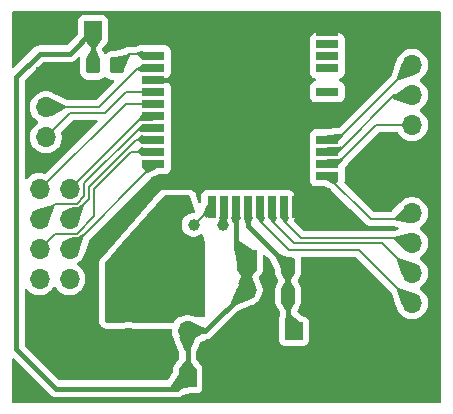
<source format=gtl>
G04 #@! TF.GenerationSoftware,KiCad,Pcbnew,9.0.0*
G04 #@! TF.CreationDate,2025-03-07T02:47:20-06:00*
G04 #@! TF.ProjectId,ATWILC1000_Breakout,41545749-4c43-4313-9030-305f42726561,rev?*
G04 #@! TF.SameCoordinates,Original*
G04 #@! TF.FileFunction,Copper,L1,Top*
G04 #@! TF.FilePolarity,Positive*
%FSLAX46Y46*%
G04 Gerber Fmt 4.6, Leading zero omitted, Abs format (unit mm)*
G04 Created by KiCad (PCBNEW 9.0.0) date 2025-03-07 02:47:20*
%MOMM*%
%LPD*%
G01*
G04 APERTURE LIST*
G04 Aperture macros list*
%AMRoundRect*
0 Rectangle with rounded corners*
0 $1 Rounding radius*
0 $2 $3 $4 $5 $6 $7 $8 $9 X,Y pos of 4 corners*
0 Add a 4 corners polygon primitive as box body*
4,1,4,$2,$3,$4,$5,$6,$7,$8,$9,$2,$3,0*
0 Add four circle primitives for the rounded corners*
1,1,$1+$1,$2,$3*
1,1,$1+$1,$4,$5*
1,1,$1+$1,$6,$7*
1,1,$1+$1,$8,$9*
0 Add four rect primitives between the rounded corners*
20,1,$1+$1,$2,$3,$4,$5,0*
20,1,$1+$1,$4,$5,$6,$7,0*
20,1,$1+$1,$6,$7,$8,$9,0*
20,1,$1+$1,$8,$9,$2,$3,0*%
G04 Aperture macros list end*
G04 #@! TA.AperFunction,ComponentPad*
%ADD10R,1.700000X1.700000*%
G04 #@! TD*
G04 #@! TA.AperFunction,ComponentPad*
%ADD11O,1.700000X1.700000*%
G04 #@! TD*
G04 #@! TA.AperFunction,ComponentPad*
%ADD12R,1.500000X1.500000*%
G04 #@! TD*
G04 #@! TA.AperFunction,SMDPad,CuDef*
%ADD13RoundRect,0.250000X-0.350000X-0.450000X0.350000X-0.450000X0.350000X0.450000X-0.350000X0.450000X0*%
G04 #@! TD*
G04 #@! TA.AperFunction,SMDPad,CuDef*
%ADD14RoundRect,0.250000X-0.337500X-0.475000X0.337500X-0.475000X0.337500X0.475000X-0.337500X0.475000X0*%
G04 #@! TD*
G04 #@! TA.AperFunction,SMDPad,CuDef*
%ADD15R,3.700000X3.700000*%
G04 #@! TD*
G04 #@! TA.AperFunction,SMDPad,CuDef*
%ADD16R,1.900000X0.800000*%
G04 #@! TD*
G04 #@! TA.AperFunction,SMDPad,CuDef*
%ADD17R,0.800000X1.900000*%
G04 #@! TD*
G04 #@! TA.AperFunction,ViaPad*
%ADD18C,1.000000*%
G04 #@! TD*
G04 #@! TA.AperFunction,ViaPad*
%ADD19C,0.500000*%
G04 #@! TD*
G04 #@! TA.AperFunction,Conductor*
%ADD20C,0.400000*%
G04 #@! TD*
G04 #@! TA.AperFunction,Conductor*
%ADD21C,0.200000*%
G04 #@! TD*
G04 APERTURE END LIST*
D10*
X130500000Y-96000000D03*
D11*
X130500000Y-98540000D03*
X130500000Y-101080000D03*
D10*
X161500000Y-92420000D03*
D11*
X161500000Y-94960000D03*
X161500000Y-97500000D03*
X161500000Y-100040000D03*
D10*
X132500000Y-115620000D03*
D11*
X129960000Y-115620000D03*
X132500000Y-113080000D03*
X129960000Y-113080000D03*
X132500000Y-110540000D03*
X129960000Y-110540000D03*
X132500000Y-108000000D03*
X129960000Y-108000000D03*
X132500000Y-105460000D03*
X129960000Y-105460000D03*
D12*
X130000000Y-92000000D03*
D10*
X147500000Y-111460000D03*
D11*
X147500000Y-114000000D03*
X147500000Y-116540000D03*
X147500000Y-119080000D03*
D13*
X134500000Y-95000000D03*
X136500000Y-95000000D03*
D12*
X142500000Y-121500000D03*
D14*
X151000000Y-114500000D03*
X153075000Y-114500000D03*
D10*
X142500000Y-114960000D03*
D11*
X142500000Y-117500000D03*
D12*
X134500000Y-92000000D03*
D10*
X161500000Y-117660000D03*
D11*
X161500000Y-115120000D03*
X161500000Y-112580000D03*
X161500000Y-110040000D03*
X161500000Y-107500000D03*
D12*
X142500000Y-111000000D03*
D15*
X146480000Y-100730000D03*
D16*
X154330000Y-104330000D03*
X154330000Y-103320000D03*
X154330000Y-102304000D03*
X154330000Y-101288000D03*
X154330000Y-97224000D03*
X154330000Y-95192000D03*
X154330000Y-94176000D03*
X154330000Y-93160000D03*
X154330000Y-92144000D03*
X139600000Y-94176000D03*
X139600000Y-95192000D03*
X139600000Y-96208000D03*
X139600000Y-97224000D03*
X139600000Y-98240000D03*
X139600000Y-99256000D03*
X139600000Y-100272000D03*
X139600000Y-101288000D03*
X139600000Y-102304000D03*
X139600000Y-103320000D03*
D17*
X141500000Y-107000000D03*
X144548000Y-107000000D03*
X145564000Y-107000000D03*
X146580000Y-107000000D03*
X147596000Y-107000000D03*
X148612000Y-107000000D03*
X149628000Y-107000000D03*
X150644000Y-107000000D03*
X151660000Y-107000000D03*
D12*
X151500000Y-117500000D03*
D14*
X151000000Y-112000000D03*
X153075000Y-112000000D03*
D10*
X137500000Y-113000000D03*
D11*
X137500000Y-115540000D03*
X137500000Y-118080000D03*
X137500000Y-120620000D03*
D12*
X158000000Y-120660000D03*
D18*
X145500000Y-99500000D03*
D19*
X153000000Y-107085678D03*
D18*
X147500000Y-99500000D03*
X146480000Y-100730000D03*
D19*
X155976431Y-92147304D03*
D18*
X145500000Y-102000000D03*
X147500000Y-102000000D03*
D19*
X141292000Y-96208000D03*
D18*
X143000000Y-108500000D03*
X145500000Y-108500000D03*
D20*
X147499999Y-111460000D02*
X146579984Y-110540006D01*
X142500000Y-117500001D02*
X143999995Y-117499987D01*
X132499995Y-93999989D02*
X130000000Y-94000000D01*
X141625999Y-122374000D02*
X142500004Y-121500001D01*
D21*
X133740260Y-106080597D02*
X133111885Y-106708953D01*
X155970790Y-92144000D02*
X155973130Y-92143991D01*
X155974779Y-92145652D02*
X155973130Y-92143991D01*
X155970790Y-92144000D02*
X154330000Y-92144000D01*
D20*
X151745676Y-107085684D02*
X153000000Y-107085678D01*
X141292000Y-96208000D02*
X139600000Y-96208000D01*
D21*
X151745676Y-107085684D02*
X151660000Y-107000000D01*
X155976431Y-92147304D02*
X155974779Y-92145652D01*
X160999999Y-108000000D02*
X161500000Y-107500000D01*
X160999999Y-108000000D02*
X157999997Y-108000005D01*
X157999997Y-108000005D02*
X154330000Y-104330000D01*
X151096000Y-110633999D02*
X157013997Y-110634004D01*
X148612001Y-108149999D02*
X151096000Y-110633999D01*
X148612001Y-108149999D02*
X148612000Y-107000000D01*
X157013997Y-110634004D02*
X161500000Y-115120000D01*
X158460000Y-100040001D02*
X155180004Y-103320011D01*
X155180004Y-103320011D02*
X154330000Y-103320000D01*
X158460000Y-100040001D02*
X161500000Y-100040000D01*
X158919999Y-110000000D02*
X151478000Y-109999999D01*
X149628001Y-108149999D02*
X151478000Y-109999999D01*
X149628001Y-108149999D02*
X149628000Y-107000000D01*
X158919999Y-110000000D02*
X161500000Y-112580000D01*
X155171997Y-101287994D02*
X161500000Y-94960000D01*
X155171997Y-101287994D02*
X154330000Y-101288000D01*
X161058999Y-109599000D02*
X161500000Y-110040000D01*
X150644001Y-108149999D02*
X150644000Y-107000000D01*
X161058999Y-109599000D02*
X152093000Y-109598999D01*
X150644001Y-108149999D02*
X152093000Y-109598999D01*
X137499999Y-93999998D02*
X136500000Y-95000000D01*
X139424012Y-93999971D02*
X139600000Y-94176000D01*
X139424012Y-93999971D02*
X137499999Y-93999998D01*
X160000000Y-97500001D02*
X161500000Y-97500000D01*
X155195994Y-102303985D02*
X154330000Y-102304000D01*
X160000000Y-97500001D02*
X155195994Y-102303985D01*
X143048004Y-108500011D02*
X143000000Y-108500000D01*
X143048004Y-108500011D02*
X144548000Y-107000000D01*
D20*
X151000000Y-112000000D02*
X151000000Y-114500000D01*
X147596000Y-108595999D02*
X147596000Y-107000000D01*
X147596000Y-108595999D02*
X151000000Y-112000000D01*
X150999978Y-117000008D02*
X151500000Y-117500000D01*
X150999978Y-117000008D02*
X151000000Y-114500000D01*
D21*
X135499999Y-98999998D02*
X137276000Y-97224001D01*
X135499999Y-98999998D02*
X132580001Y-99000000D01*
X137276000Y-97224001D02*
X139600000Y-97224000D01*
X132580001Y-99000000D02*
X130500000Y-101080000D01*
X130039994Y-105459989D02*
X137259999Y-98240001D01*
X137259999Y-98240001D02*
X139600000Y-98240000D01*
X130039994Y-105459989D02*
X129960000Y-105460000D01*
X131251036Y-106708934D02*
X129960000Y-108000000D01*
X131251036Y-106708934D02*
X133111885Y-106708953D01*
X133740250Y-104981751D02*
X133740260Y-106080597D01*
X138450000Y-100272000D02*
X133740250Y-104981751D01*
X138450000Y-100272000D02*
X139600000Y-100272000D01*
X137647350Y-101785550D02*
X137412450Y-102020450D01*
X137177550Y-102255350D02*
X134544335Y-104888565D01*
X137412450Y-102020450D02*
X137177550Y-102255350D01*
X134455665Y-104977235D02*
X134366995Y-105065905D01*
X134176421Y-106323566D02*
X134176430Y-105754770D01*
X134176421Y-106323566D02*
X132500000Y-108000000D01*
X137647350Y-101785550D02*
X138144905Y-101288013D01*
X134176413Y-105256463D02*
X134176430Y-105754770D01*
X134544335Y-104888565D02*
X134455665Y-104977235D01*
X138144905Y-101288013D02*
X139600000Y-101288000D01*
X134176413Y-105256463D02*
X134366995Y-105065905D01*
X132539998Y-105459994D02*
X132500000Y-105460000D01*
X132539998Y-105459994D02*
X138744001Y-99256001D01*
X138744001Y-99256001D02*
X139600000Y-99256000D01*
X134959998Y-98539997D02*
X138308001Y-95192001D01*
X138308001Y-95192001D02*
X139600000Y-95192000D01*
X134959998Y-98539997D02*
X130500000Y-98540000D01*
D20*
X127999999Y-96000000D02*
X130000000Y-94000000D01*
X142500000Y-117500001D02*
X142500004Y-121500001D01*
X147499999Y-111460000D02*
X147500000Y-114000000D01*
X134500000Y-92000000D02*
X132499995Y-93999989D01*
X134500000Y-92000000D02*
X134500000Y-95000000D01*
X131374002Y-122373995D02*
X128000015Y-118999992D01*
X143999995Y-117499987D02*
X147500000Y-114000000D01*
X146579984Y-110540006D02*
X146580000Y-107000000D01*
X127999999Y-96000000D02*
X128000015Y-118999992D01*
X131374002Y-122373995D02*
X141625999Y-122374000D01*
D21*
X145499972Y-107063988D02*
X145564000Y-107000000D01*
X145499972Y-107063988D02*
X145500000Y-108500000D01*
X133098075Y-109264802D02*
X131235202Y-109264795D01*
X134577439Y-107785443D02*
X134577441Y-105422575D01*
X133098075Y-109264802D02*
X134577439Y-107785443D01*
X137696001Y-102304000D02*
X139600000Y-102304000D01*
X131235202Y-109264795D02*
X129960000Y-110540000D01*
X137696001Y-102304000D02*
X134577441Y-105422575D01*
X139600000Y-103440000D02*
X139600000Y-103320000D01*
X139600000Y-103440000D02*
X132500000Y-110540000D01*
G04 #@! TA.AperFunction,Conductor*
G36*
X161331425Y-109210406D02*
G01*
X161336468Y-109217806D01*
X161336487Y-109217897D01*
X161500046Y-110035233D01*
X161498309Y-110044018D01*
X161498295Y-110044039D01*
X161035503Y-110735191D01*
X161028052Y-110740158D01*
X161019271Y-110738403D01*
X161017703Y-110737145D01*
X159933675Y-109702457D01*
X159930056Y-109694265D01*
X159930053Y-109693993D01*
X159930053Y-109508512D01*
X159933480Y-109500239D01*
X159939363Y-109497059D01*
X161322628Y-109208739D01*
X161331425Y-109210406D01*
G37*
G04 #@! TD.AperFunction*
G04 #@! TA.AperFunction,Conductor*
G36*
X138656134Y-101930464D02*
G01*
X139574316Y-102293328D01*
X139580751Y-102299556D01*
X139580897Y-102308509D01*
X139574669Y-102314944D01*
X139574553Y-102314993D01*
X138655937Y-102701501D01*
X138646983Y-102701551D01*
X138644714Y-102700319D01*
X138271408Y-102440382D01*
X138266577Y-102432842D01*
X138266497Y-102432330D01*
X138241949Y-102245868D01*
X138244267Y-102237222D01*
X138246460Y-102235036D01*
X138644751Y-101932032D01*
X138653409Y-101929752D01*
X138656134Y-101930464D01*
G37*
G04 #@! TD.AperFunction*
G04 #@! TA.AperFunction,Conductor*
G36*
X151203328Y-116003106D02*
G01*
X152032476Y-116742987D01*
X152036367Y-116751052D01*
X152034183Y-116758550D01*
X151508043Y-117489819D01*
X151500430Y-117494533D01*
X151491713Y-117492483D01*
X151490267Y-117491254D01*
X150753747Y-116753752D01*
X150750326Y-116745476D01*
X150750350Y-116744736D01*
X150799272Y-116011058D01*
X150803242Y-116003031D01*
X150810946Y-116000136D01*
X151195538Y-116000136D01*
X151203328Y-116003106D01*
G37*
G04 #@! TD.AperFunction*
G04 #@! TA.AperFunction,Conductor*
G36*
X134701074Y-93703427D02*
G01*
X134703245Y-93706425D01*
X135077028Y-94446524D01*
X135077698Y-94455454D01*
X135074602Y-94460320D01*
X134508018Y-94993455D01*
X134499644Y-94996629D01*
X134491982Y-94993455D01*
X133925397Y-94460320D01*
X133921720Y-94452155D01*
X133922970Y-94446527D01*
X134296755Y-93706424D01*
X134303544Y-93700586D01*
X134307199Y-93700000D01*
X134692801Y-93700000D01*
X134701074Y-93703427D01*
G37*
G04 #@! TD.AperFunction*
G04 #@! TA.AperFunction,Conductor*
G36*
X155264617Y-104723516D02*
G01*
X155270910Y-104729887D01*
X155270854Y-104738841D01*
X155268657Y-104742247D01*
X155083703Y-104941969D01*
X155083392Y-104942292D01*
X154947864Y-105077820D01*
X154939591Y-105081247D01*
X154934751Y-105080198D01*
X154174588Y-104734669D01*
X154168475Y-104728127D01*
X154168611Y-104719565D01*
X154324801Y-104340201D01*
X154331120Y-104333856D01*
X154340074Y-104333837D01*
X155264617Y-104723516D01*
G37*
G04 #@! TD.AperFunction*
G04 #@! TA.AperFunction,Conductor*
G36*
X137544722Y-94028061D02*
G01*
X137549757Y-94034435D01*
X137606769Y-94209907D01*
X137606210Y-94218543D01*
X137105008Y-95273546D01*
X137098363Y-95279548D01*
X137089444Y-95279105D01*
X136504829Y-95003038D01*
X136498811Y-94996406D01*
X136498223Y-94993969D01*
X136409197Y-94310407D01*
X136411527Y-94301763D01*
X136418041Y-94297528D01*
X137535875Y-94026679D01*
X137544722Y-94028061D01*
G37*
G04 #@! TD.AperFunction*
G04 #@! TA.AperFunction,Conductor*
G36*
X133621898Y-109281678D02*
G01*
X133624931Y-109283866D01*
X133756133Y-109415068D01*
X133759560Y-109423341D01*
X133758962Y-109427033D01*
X133336922Y-110696039D01*
X133331060Y-110702808D01*
X133323549Y-110703824D01*
X132506978Y-110542227D01*
X132499527Y-110537260D01*
X132497772Y-110533021D01*
X132336175Y-109716450D01*
X132337930Y-109707669D01*
X132343957Y-109703078D01*
X132756438Y-109565897D01*
X132760127Y-109565300D01*
X133057150Y-109565300D01*
X133057156Y-109565302D01*
X133058513Y-109565302D01*
X133137637Y-109565302D01*
X133137637Y-109565301D01*
X133175849Y-109555063D01*
X133214061Y-109544825D01*
X133214063Y-109544824D01*
X133262228Y-109517015D01*
X133282585Y-109505263D01*
X133338534Y-109449314D01*
X133338535Y-109449313D01*
X133451964Y-109335884D01*
X133456531Y-109333063D01*
X133612966Y-109281037D01*
X133621898Y-109281678D01*
G37*
G04 #@! TD.AperFunction*
G04 #@! TA.AperFunction,Conductor*
G36*
X133621898Y-106741678D02*
G01*
X133624931Y-106743866D01*
X133756133Y-106875068D01*
X133759560Y-106883341D01*
X133758962Y-106887033D01*
X133336922Y-108156039D01*
X133331060Y-108162808D01*
X133323549Y-108163824D01*
X132506978Y-108002227D01*
X132499527Y-107997260D01*
X132497772Y-107993021D01*
X132336175Y-107176450D01*
X132337930Y-107167669D01*
X132343957Y-107163078D01*
X132804105Y-107010044D01*
X132807784Y-107009448D01*
X133151435Y-107009452D01*
X133151442Y-107009453D01*
X133151442Y-107009452D01*
X133151444Y-107009453D01*
X133154573Y-107008614D01*
X133154576Y-107008614D01*
X133192398Y-106998479D01*
X133227866Y-106988977D01*
X133227866Y-106988976D01*
X133227869Y-106988976D01*
X133296392Y-106949416D01*
X133296391Y-106949416D01*
X133296394Y-106949415D01*
X133296395Y-106949413D01*
X133296540Y-106949330D01*
X133296540Y-106949329D01*
X133296542Y-106949329D01*
X133299212Y-106947787D01*
X133299307Y-106947066D01*
X133301165Y-106944643D01*
X133328978Y-106916830D01*
X133448910Y-106796900D01*
X133453483Y-106794077D01*
X133612966Y-106741037D01*
X133621898Y-106741678D01*
G37*
G04 #@! TD.AperFunction*
G04 #@! TA.AperFunction,Conductor*
G36*
X130981457Y-97837869D02*
G01*
X132177207Y-98436764D01*
X132183069Y-98443533D01*
X132183667Y-98447225D01*
X132183667Y-98632774D01*
X132180240Y-98641047D01*
X132177207Y-98643235D01*
X130981458Y-99242129D01*
X130972526Y-99242770D01*
X130966496Y-99238178D01*
X130503359Y-98546510D01*
X130501604Y-98537729D01*
X130503359Y-98533490D01*
X130966497Y-97841820D01*
X130973947Y-97836854D01*
X130981457Y-97837869D01*
G37*
G04 #@! TD.AperFunction*
G04 #@! TA.AperFunction,Conductor*
G36*
X138656097Y-94904684D02*
G01*
X139545109Y-95174610D01*
X139569902Y-95182138D01*
X139576823Y-95187820D01*
X139577698Y-95196732D01*
X139572016Y-95203653D01*
X139571044Y-95204116D01*
X138654733Y-95590006D01*
X138645778Y-95590059D01*
X138645328Y-95589864D01*
X138321506Y-95441834D01*
X138315945Y-95436505D01*
X138231200Y-95270181D01*
X138230498Y-95261253D01*
X138234053Y-95255950D01*
X138295110Y-95204116D01*
X138645137Y-94906961D01*
X138653660Y-94904220D01*
X138656097Y-94904684D01*
G37*
G04 #@! TD.AperFunction*
G04 #@! TA.AperFunction,Conductor*
G36*
X138656287Y-99139052D02*
G01*
X139591881Y-99254206D01*
X139599673Y-99258617D01*
X139602022Y-99264087D01*
X139658745Y-99643307D01*
X139656580Y-99651996D01*
X139648905Y-99656609D01*
X139647831Y-99656720D01*
X139385318Y-99671482D01*
X139384661Y-99671500D01*
X138630252Y-99671500D01*
X138601010Y-99677316D01*
X138571768Y-99683133D01*
X138518708Y-99718587D01*
X138512865Y-99720541D01*
X138420625Y-99725728D01*
X138412172Y-99722771D01*
X138411695Y-99722319D01*
X138281573Y-99592197D01*
X138278146Y-99583924D01*
X138280898Y-99576386D01*
X138645916Y-99143126D01*
X138653866Y-99139008D01*
X138656287Y-99139052D01*
G37*
G04 #@! TD.AperFunction*
G04 #@! TA.AperFunction,Conductor*
G36*
X138656126Y-100022063D02*
G01*
X139567609Y-100262649D01*
X139574733Y-100268074D01*
X139575935Y-100276948D01*
X139570510Y-100284073D01*
X139569165Y-100284744D01*
X138654127Y-100670260D01*
X138645765Y-100670537D01*
X138346359Y-100567145D01*
X138340712Y-100562963D01*
X138231504Y-100412647D01*
X138229414Y-100403940D01*
X138233124Y-100397090D01*
X138645297Y-100024694D01*
X138653732Y-100021691D01*
X138656126Y-100022063D01*
G37*
G04 #@! TD.AperFunction*
G04 #@! TA.AperFunction,Conductor*
G36*
X141293000Y-96208000D02*
G01*
X141243227Y-96453196D01*
X140796804Y-96408000D01*
X140796804Y-96008000D01*
X141243227Y-95962804D01*
X141293000Y-96208000D01*
G37*
G04 #@! TD.AperFunction*
G04 #@! TA.AperFunction,Conductor*
G36*
X151008249Y-114507295D02*
G01*
X151562557Y-115064725D01*
X151565961Y-115073007D01*
X151564740Y-115078179D01*
X151203226Y-115806005D01*
X151196476Y-115811890D01*
X151192747Y-115812500D01*
X150807253Y-115812500D01*
X150798980Y-115809073D01*
X150796774Y-115806005D01*
X150435259Y-115078179D01*
X150434648Y-115069245D01*
X150437439Y-115064728D01*
X150991705Y-114507341D01*
X150999967Y-114503892D01*
X151008249Y-114507295D01*
G37*
G04 #@! TD.AperFunction*
G04 #@! TA.AperFunction,Conductor*
G36*
X160387033Y-113861037D02*
G01*
X160646245Y-113947244D01*
X161656040Y-114283078D01*
X161662808Y-114288939D01*
X161663824Y-114296450D01*
X161502227Y-115113021D01*
X161497260Y-115120472D01*
X161493021Y-115122227D01*
X160676450Y-115283824D01*
X160667669Y-115282069D01*
X160663078Y-115276040D01*
X160241037Y-114007033D01*
X160241678Y-113998101D01*
X160243863Y-113995071D01*
X160375069Y-113863865D01*
X160383341Y-113860439D01*
X160387033Y-113861037D01*
G37*
G04 #@! TD.AperFunction*
G04 #@! TA.AperFunction,Conductor*
G36*
X150656073Y-107029489D02*
G01*
X150656744Y-107030834D01*
X151042260Y-107945872D01*
X151042537Y-107954234D01*
X150939145Y-108253640D01*
X150934963Y-108259287D01*
X150784646Y-108368495D01*
X150775939Y-108370585D01*
X150769088Y-108366873D01*
X150396695Y-107954703D01*
X150393691Y-107946267D01*
X150394063Y-107943873D01*
X150634650Y-107032389D01*
X150640074Y-107025266D01*
X150648948Y-107024064D01*
X150656073Y-107029489D01*
G37*
G04 #@! TD.AperFunction*
G04 #@! TA.AperFunction,Conductor*
G36*
X155519799Y-101845297D02*
G01*
X155520220Y-101845698D01*
X155650335Y-101975813D01*
X155653762Y-101984086D01*
X155650971Y-101991670D01*
X155284113Y-102422612D01*
X155276141Y-102426690D01*
X155273706Y-102426632D01*
X154338088Y-102305842D01*
X154330322Y-102301384D01*
X154328009Y-102295931D01*
X154272550Y-101916739D01*
X154274744Y-101908057D01*
X154282434Y-101903469D01*
X154283538Y-101903360D01*
X154582012Y-101888513D01*
X154582593Y-101888500D01*
X155299747Y-101888500D01*
X155299748Y-101888500D01*
X155358231Y-101876867D01*
X155399143Y-101849529D01*
X155405056Y-101847573D01*
X155511368Y-101842285D01*
X155519799Y-101845297D01*
G37*
G04 #@! TD.AperFunction*
G04 #@! TA.AperFunction,Conductor*
G36*
X161310405Y-94921632D02*
G01*
X161493021Y-94957772D01*
X161500472Y-94962739D01*
X161502227Y-94966978D01*
X161663824Y-95783549D01*
X161662069Y-95792330D01*
X161656039Y-95796922D01*
X160387033Y-96218962D01*
X160378101Y-96218321D01*
X160375068Y-96216133D01*
X160243866Y-96084931D01*
X160240439Y-96076658D01*
X160241037Y-96072966D01*
X160663078Y-94803957D01*
X160668939Y-94797191D01*
X160676449Y-94796175D01*
X161310405Y-94921632D01*
G37*
G04 #@! TD.AperFunction*
G04 #@! TA.AperFunction,Conductor*
G36*
X160801396Y-107033199D02*
G01*
X161494484Y-107495652D01*
X161499464Y-107503094D01*
X161499463Y-107507680D01*
X161336401Y-108322529D01*
X161331417Y-108329969D01*
X161322973Y-108331769D01*
X161312351Y-108329969D01*
X161259785Y-108321060D01*
X159965077Y-108101651D01*
X159957493Y-108096890D01*
X159955332Y-108090115D01*
X159955332Y-107904709D01*
X159958595Y-107896603D01*
X160786469Y-107034824D01*
X160794668Y-107031234D01*
X160801396Y-107033199D01*
G37*
G04 #@! TD.AperFunction*
G04 #@! TA.AperFunction,Conductor*
G36*
X163892539Y-90394685D02*
G01*
X163938294Y-90447489D01*
X163949500Y-90499000D01*
X163949500Y-123450500D01*
X163929815Y-123517539D01*
X163877011Y-123563294D01*
X163825500Y-123574500D01*
X127749500Y-123574500D01*
X127682461Y-123554815D01*
X127636706Y-123502011D01*
X127625500Y-123450500D01*
X127625500Y-119915497D01*
X127645185Y-119848458D01*
X127697989Y-119802703D01*
X127767147Y-119792759D01*
X127830703Y-119821784D01*
X127837181Y-119827816D01*
X130927453Y-122918104D01*
X130927457Y-122918107D01*
X131042189Y-122994769D01*
X131042190Y-122994769D01*
X131042191Y-122994770D01*
X131042193Y-122994770D01*
X131043211Y-122995451D01*
X131047804Y-122997095D01*
X131169674Y-123047575D01*
X131169678Y-123047575D01*
X131169679Y-123047576D01*
X131305006Y-123074495D01*
X131305018Y-123074495D01*
X141017819Y-123074499D01*
X141018542Y-123074606D01*
X141020660Y-123074499D01*
X141643626Y-123074499D01*
X141673683Y-123083324D01*
X141683702Y-123079175D01*
X141706954Y-123072120D01*
X141748830Y-123063790D01*
X141830325Y-123047581D01*
X141922467Y-123009414D01*
X141952186Y-122997105D01*
X141969086Y-122990104D01*
X141969087Y-122990103D01*
X141969095Y-122990100D01*
X141969425Y-122989963D01*
X141978312Y-122981075D01*
X142072541Y-122918114D01*
X142081300Y-122909353D01*
X142142618Y-122875867D01*
X142145140Y-122875345D01*
X142772336Y-122752799D01*
X142796114Y-122750499D01*
X143297871Y-122750499D01*
X143297872Y-122750499D01*
X143357483Y-122744091D01*
X143492331Y-122693796D01*
X143607546Y-122607546D01*
X143693796Y-122492331D01*
X143744091Y-122357483D01*
X143750500Y-122297873D01*
X143750499Y-120777156D01*
X143751172Y-120773626D01*
X143750499Y-120766728D01*
X143750499Y-120702128D01*
X143744091Y-120642517D01*
X143744090Y-120642515D01*
X143731029Y-120607498D01*
X143729658Y-120603821D01*
X143719412Y-120569930D01*
X143711448Y-120554998D01*
X143693796Y-120507669D01*
X143673086Y-120480005D01*
X143662945Y-120464053D01*
X143651705Y-120442976D01*
X143651703Y-120442974D01*
X143651702Y-120442971D01*
X143264888Y-119915497D01*
X143224506Y-119860430D01*
X143200736Y-119794730D01*
X143200501Y-119787132D01*
X143200501Y-119321972D01*
X143210106Y-119274121D01*
X143429139Y-118750500D01*
X143527969Y-118514237D01*
X143571999Y-118459989D01*
X143583842Y-118452770D01*
X144030870Y-118213534D01*
X144031527Y-118213298D01*
X144031789Y-118213046D01*
X144065061Y-118201271D01*
X144068072Y-118200669D01*
X144068187Y-118200647D01*
X144083057Y-118197688D01*
X144105379Y-118193248D01*
X144105383Y-118193248D01*
X144155189Y-118183340D01*
X144204322Y-118173568D01*
X144331805Y-118120763D01*
X144331809Y-118120760D01*
X144331812Y-118120759D01*
X144378391Y-118089635D01*
X144440076Y-118048418D01*
X144442498Y-118047010D01*
X144444731Y-118045402D01*
X144446385Y-118044253D01*
X144446540Y-118044098D01*
X144446542Y-118044097D01*
X144516784Y-117973854D01*
X146706987Y-115783661D01*
X146747609Y-115756620D01*
X147824785Y-115314834D01*
X147833483Y-115311643D01*
X148018412Y-115251557D01*
X148207816Y-115155051D01*
X148229789Y-115139086D01*
X148379786Y-115030109D01*
X148379788Y-115030106D01*
X148379792Y-115030104D01*
X148530104Y-114879792D01*
X148530106Y-114879788D01*
X148530109Y-114879786D01*
X148655048Y-114707820D01*
X148655047Y-114707820D01*
X148655051Y-114707816D01*
X148751557Y-114518412D01*
X148817246Y-114316243D01*
X148850500Y-114106287D01*
X148850500Y-113893713D01*
X148817246Y-113683757D01*
X148751557Y-113481588D01*
X148663289Y-113308352D01*
X148659389Y-113299932D01*
X148535016Y-113002606D01*
X148527306Y-112933165D01*
X148550910Y-112879436D01*
X148745329Y-112625197D01*
X148757438Y-112608679D01*
X148769687Y-112584535D01*
X148793796Y-112552331D01*
X148815355Y-112494528D01*
X148822539Y-112480369D01*
X148824945Y-112473269D01*
X148827078Y-112465013D01*
X148830945Y-112452728D01*
X148844091Y-112417483D01*
X148850500Y-112357873D01*
X148850499Y-111140516D01*
X148870184Y-111073478D01*
X148922987Y-111027723D01*
X148992146Y-111017779D01*
X149055702Y-111046804D01*
X149062174Y-111052831D01*
X149257159Y-111247816D01*
X149436867Y-111427524D01*
X149460295Y-111460153D01*
X149624498Y-111791557D01*
X149872046Y-112291173D01*
X149899109Y-112345792D01*
X149912000Y-112400843D01*
X149912000Y-112525000D01*
X149912001Y-112525019D01*
X149922500Y-112627796D01*
X149922501Y-112627799D01*
X149977686Y-112794333D01*
X149977861Y-112794709D01*
X149982862Y-112803717D01*
X150177133Y-113194837D01*
X150189326Y-113263634D01*
X150177133Y-113305160D01*
X149985735Y-113690493D01*
X149985729Y-113690506D01*
X149982530Y-113696949D01*
X149981778Y-113699030D01*
X149977686Y-113705666D01*
X149958647Y-113763120D01*
X149957896Y-113765200D01*
X149957868Y-113765276D01*
X149943272Y-113805719D01*
X149943271Y-113805724D01*
X149942051Y-113810894D01*
X149942044Y-113810922D01*
X149941695Y-113812407D01*
X149941614Y-113812388D01*
X149938521Y-113823855D01*
X149922501Y-113872199D01*
X149912000Y-113974983D01*
X149912000Y-115025001D01*
X149912001Y-115025019D01*
X149922500Y-115127796D01*
X149922501Y-115127799D01*
X149977686Y-115294333D01*
X149977861Y-115294709D01*
X149982862Y-115303717D01*
X149988388Y-115314843D01*
X150282797Y-115907567D01*
X150294385Y-115972953D01*
X150295186Y-115973007D01*
X150294969Y-115976250D01*
X150294990Y-115976365D01*
X150294929Y-115976848D01*
X150245969Y-116711098D01*
X150245116Y-116728334D01*
X150245091Y-116729080D01*
X150245092Y-116729104D01*
X150247682Y-116799141D01*
X150248233Y-116802963D01*
X150249500Y-116820646D01*
X150249500Y-118297870D01*
X150249501Y-118297876D01*
X150255908Y-118357483D01*
X150306202Y-118492328D01*
X150306206Y-118492335D01*
X150392452Y-118607544D01*
X150392455Y-118607547D01*
X150507664Y-118693793D01*
X150507671Y-118693797D01*
X150642517Y-118744091D01*
X150642516Y-118744091D01*
X150649444Y-118744835D01*
X150702127Y-118750500D01*
X152297872Y-118750499D01*
X152357483Y-118744091D01*
X152492331Y-118693796D01*
X152607546Y-118607546D01*
X152693796Y-118492331D01*
X152744091Y-118357483D01*
X152750500Y-118297873D01*
X152750499Y-116702128D01*
X152744091Y-116642517D01*
X152693796Y-116507669D01*
X152693795Y-116507668D01*
X152693793Y-116507664D01*
X152607547Y-116392455D01*
X152607544Y-116392452D01*
X152492335Y-116306206D01*
X152492328Y-116306202D01*
X152357482Y-116255908D01*
X152357483Y-116255908D01*
X152297883Y-116249501D01*
X152297881Y-116249500D01*
X152297873Y-116249500D01*
X152297865Y-116249500D01*
X152285967Y-116249500D01*
X152218928Y-116229815D01*
X152203408Y-116218020D01*
X151830245Y-115885032D01*
X151793331Y-115825710D01*
X151794348Y-115755848D01*
X151801749Y-115737350D01*
X152017468Y-115303051D01*
X152018216Y-115300976D01*
X152022314Y-115294334D01*
X152041331Y-115236942D01*
X152051289Y-115209356D01*
X152056712Y-115194337D01*
X152056717Y-115194320D01*
X152058301Y-115187613D01*
X152058386Y-115187633D01*
X152061470Y-115176166D01*
X152077499Y-115127797D01*
X152088000Y-115025009D01*
X152087999Y-113974992D01*
X152086973Y-113964951D01*
X152077499Y-113872203D01*
X152077498Y-113872200D01*
X152059265Y-113817178D01*
X152022314Y-113705666D01*
X152022312Y-113705662D01*
X152022133Y-113705278D01*
X152017132Y-113696272D01*
X152006675Y-113675220D01*
X151822865Y-113305160D01*
X151810672Y-113236363D01*
X151822865Y-113194837D01*
X152017468Y-112803051D01*
X152018216Y-112800976D01*
X152022314Y-112794334D01*
X152041331Y-112736942D01*
X152051289Y-112709356D01*
X152056712Y-112694337D01*
X152056717Y-112694320D01*
X152058301Y-112687613D01*
X152058386Y-112687633D01*
X152061470Y-112676166D01*
X152077499Y-112627797D01*
X152088000Y-112525009D01*
X152087999Y-111474992D01*
X152077499Y-111372203D01*
X152077498Y-111372201D01*
X152077386Y-111371101D01*
X152090156Y-111302408D01*
X152138036Y-111251524D01*
X152200743Y-111234499D01*
X156713903Y-111234502D01*
X156780940Y-111254187D01*
X156801576Y-111270817D01*
X159424476Y-113893713D01*
X159772552Y-114241789D01*
X159802534Y-114290338D01*
X160178794Y-115421689D01*
X160181703Y-115431866D01*
X160182754Y-115436243D01*
X160248444Y-115638414D01*
X160344951Y-115827820D01*
X160469890Y-115999786D01*
X160620213Y-116150109D01*
X160792179Y-116275048D01*
X160792181Y-116275049D01*
X160792184Y-116275051D01*
X160981588Y-116371557D01*
X161183757Y-116437246D01*
X161393713Y-116470500D01*
X161393714Y-116470500D01*
X161606286Y-116470500D01*
X161606287Y-116470500D01*
X161816243Y-116437246D01*
X162018412Y-116371557D01*
X162207816Y-116275051D01*
X162242984Y-116249500D01*
X162379786Y-116150109D01*
X162379788Y-116150106D01*
X162379792Y-116150104D01*
X162530104Y-115999792D01*
X162530106Y-115999788D01*
X162530109Y-115999786D01*
X162655048Y-115827820D01*
X162655047Y-115827820D01*
X162655051Y-115827816D01*
X162751557Y-115638412D01*
X162817246Y-115436243D01*
X162850500Y-115226287D01*
X162850500Y-115013713D01*
X162817246Y-114803757D01*
X162751557Y-114601588D01*
X162655051Y-114412184D01*
X162655049Y-114412181D01*
X162655048Y-114412179D01*
X162530109Y-114240213D01*
X162379786Y-114089890D01*
X162207820Y-113964951D01*
X162207115Y-113964591D01*
X162199054Y-113960485D01*
X162148259Y-113912512D01*
X162131463Y-113844692D01*
X162153999Y-113778556D01*
X162199054Y-113739515D01*
X162207816Y-113735051D01*
X162290167Y-113675220D01*
X162379786Y-113610109D01*
X162379788Y-113610106D01*
X162379792Y-113610104D01*
X162530104Y-113459792D01*
X162530106Y-113459788D01*
X162530109Y-113459786D01*
X162655048Y-113287820D01*
X162655047Y-113287820D01*
X162655051Y-113287816D01*
X162751557Y-113098412D01*
X162817246Y-112896243D01*
X162850500Y-112686287D01*
X162850500Y-112473713D01*
X162817246Y-112263757D01*
X162751557Y-112061588D01*
X162655051Y-111872184D01*
X162655049Y-111872181D01*
X162655048Y-111872179D01*
X162530109Y-111700213D01*
X162379786Y-111549890D01*
X162207820Y-111424951D01*
X162207115Y-111424591D01*
X162199054Y-111420485D01*
X162148259Y-111372512D01*
X162131463Y-111304692D01*
X162153999Y-111238556D01*
X162199054Y-111199515D01*
X162207816Y-111195051D01*
X162282876Y-111140517D01*
X162379786Y-111070109D01*
X162379788Y-111070106D01*
X162379792Y-111070104D01*
X162530104Y-110919792D01*
X162530106Y-110919788D01*
X162530109Y-110919786D01*
X162655048Y-110747820D01*
X162655047Y-110747820D01*
X162655051Y-110747816D01*
X162751557Y-110558412D01*
X162817246Y-110356243D01*
X162850500Y-110146287D01*
X162850500Y-109933713D01*
X162817246Y-109723757D01*
X162751557Y-109521588D01*
X162655051Y-109332184D01*
X162655049Y-109332181D01*
X162655048Y-109332179D01*
X162530109Y-109160213D01*
X162379786Y-109009890D01*
X162207820Y-108884951D01*
X162202091Y-108882032D01*
X162199054Y-108880485D01*
X162148259Y-108832512D01*
X162131463Y-108764692D01*
X162153999Y-108698556D01*
X162199054Y-108659515D01*
X162207816Y-108655051D01*
X162229789Y-108639086D01*
X162379786Y-108530109D01*
X162379788Y-108530106D01*
X162379792Y-108530104D01*
X162530104Y-108379792D01*
X162530106Y-108379788D01*
X162530109Y-108379786D01*
X162655048Y-108207820D01*
X162655047Y-108207820D01*
X162655051Y-108207816D01*
X162751557Y-108018412D01*
X162817246Y-107816243D01*
X162850500Y-107606287D01*
X162850500Y-107393713D01*
X162817246Y-107183757D01*
X162751557Y-106981588D01*
X162655051Y-106792184D01*
X162655049Y-106792181D01*
X162655048Y-106792179D01*
X162530109Y-106620213D01*
X162379786Y-106469890D01*
X162207820Y-106344951D01*
X162018414Y-106248444D01*
X162018413Y-106248443D01*
X162018412Y-106248443D01*
X161816243Y-106182754D01*
X161816241Y-106182753D01*
X161816240Y-106182753D01*
X161654957Y-106157208D01*
X161606287Y-106149500D01*
X161393713Y-106149500D01*
X161345042Y-106157208D01*
X161183760Y-106182753D01*
X160981585Y-106248444D01*
X160792179Y-106344951D01*
X160620213Y-106469890D01*
X160469899Y-106620204D01*
X160431714Y-106672760D01*
X160420820Y-106685777D01*
X159771771Y-107361407D01*
X159711132Y-107396115D01*
X159682348Y-107399502D01*
X158300093Y-107399503D01*
X158233054Y-107379818D01*
X158212412Y-107363184D01*
X155806289Y-104957056D01*
X155772804Y-104895733D01*
X155773293Y-104840863D01*
X155774090Y-104837485D01*
X155774089Y-104837485D01*
X155774091Y-104837483D01*
X155780500Y-104777873D01*
X155780499Y-103882128D01*
X155775781Y-103838252D01*
X155775146Y-103820690D01*
X155775301Y-103816214D01*
X155780500Y-103767873D01*
X155780499Y-103666841D01*
X155780574Y-103664695D01*
X155790923Y-103633503D01*
X155800183Y-103601969D01*
X155802377Y-103598984D01*
X155802578Y-103598381D01*
X155803176Y-103597897D01*
X155809409Y-103589421D01*
X156035495Y-103319356D01*
X156051368Y-103299136D01*
X156061213Y-103288034D01*
X158672417Y-100676818D01*
X158733740Y-100643334D01*
X158760098Y-100640500D01*
X160214281Y-100640500D01*
X160281320Y-100660185D01*
X160324765Y-100708205D01*
X160344947Y-100747814D01*
X160344948Y-100747815D01*
X160469890Y-100919786D01*
X160620213Y-101070109D01*
X160792179Y-101195048D01*
X160792181Y-101195049D01*
X160792184Y-101195051D01*
X160981588Y-101291557D01*
X161183757Y-101357246D01*
X161393713Y-101390500D01*
X161393714Y-101390500D01*
X161606286Y-101390500D01*
X161606287Y-101390500D01*
X161816243Y-101357246D01*
X162018412Y-101291557D01*
X162207816Y-101195051D01*
X162229789Y-101179086D01*
X162379786Y-101070109D01*
X162379788Y-101070106D01*
X162379792Y-101070104D01*
X162530104Y-100919792D01*
X162530106Y-100919788D01*
X162530109Y-100919786D01*
X162655048Y-100747820D01*
X162655047Y-100747820D01*
X162655051Y-100747816D01*
X162751557Y-100558412D01*
X162817246Y-100356243D01*
X162850500Y-100146287D01*
X162850500Y-99933713D01*
X162817246Y-99723757D01*
X162751557Y-99521588D01*
X162655051Y-99332184D01*
X162655049Y-99332181D01*
X162655048Y-99332179D01*
X162530109Y-99160213D01*
X162379786Y-99009890D01*
X162207820Y-98884951D01*
X162206768Y-98884415D01*
X162199054Y-98880485D01*
X162148259Y-98832512D01*
X162131463Y-98764692D01*
X162153999Y-98698556D01*
X162199054Y-98659515D01*
X162207816Y-98655051D01*
X162229789Y-98639086D01*
X162379786Y-98530109D01*
X162379788Y-98530106D01*
X162379792Y-98530104D01*
X162530104Y-98379792D01*
X162530106Y-98379788D01*
X162530109Y-98379786D01*
X162655048Y-98207820D01*
X162655047Y-98207820D01*
X162655051Y-98207816D01*
X162751557Y-98018412D01*
X162817246Y-97816243D01*
X162850500Y-97606287D01*
X162850500Y-97393713D01*
X162817246Y-97183757D01*
X162751557Y-96981588D01*
X162655051Y-96792184D01*
X162655049Y-96792181D01*
X162655048Y-96792179D01*
X162530109Y-96620213D01*
X162379786Y-96469890D01*
X162207820Y-96344951D01*
X162207115Y-96344591D01*
X162199054Y-96340485D01*
X162148259Y-96292512D01*
X162131463Y-96224692D01*
X162153999Y-96158556D01*
X162199054Y-96119515D01*
X162207816Y-96115051D01*
X162247678Y-96086090D01*
X162379786Y-95990109D01*
X162379788Y-95990106D01*
X162379792Y-95990104D01*
X162530104Y-95839792D01*
X162530106Y-95839788D01*
X162530109Y-95839786D01*
X162655048Y-95667820D01*
X162655047Y-95667820D01*
X162655051Y-95667816D01*
X162751557Y-95478412D01*
X162817246Y-95276243D01*
X162850500Y-95066287D01*
X162850500Y-94853713D01*
X162817246Y-94643757D01*
X162751557Y-94441588D01*
X162655051Y-94252184D01*
X162655049Y-94252181D01*
X162655048Y-94252179D01*
X162530109Y-94080213D01*
X162379786Y-93929890D01*
X162207820Y-93804951D01*
X162018414Y-93708444D01*
X162018413Y-93708443D01*
X162018412Y-93708443D01*
X161816243Y-93642754D01*
X161816241Y-93642753D01*
X161816240Y-93642753D01*
X161654957Y-93617208D01*
X161606287Y-93609500D01*
X161393713Y-93609500D01*
X161345042Y-93617208D01*
X161183760Y-93642753D01*
X160981585Y-93708444D01*
X160792179Y-93804951D01*
X160620213Y-93929890D01*
X160469890Y-94080213D01*
X160344951Y-94252179D01*
X160248444Y-94441583D01*
X160182751Y-94643766D01*
X160181704Y-94648126D01*
X160178796Y-94658301D01*
X159802533Y-95789661D01*
X159772551Y-95838210D01*
X155329579Y-100281176D01*
X155268256Y-100314661D01*
X155249982Y-100317231D01*
X154247303Y-100382739D01*
X154224749Y-100384720D01*
X154223791Y-100384826D01*
X154223776Y-100384828D01*
X154223774Y-100384829D01*
X154220794Y-100385386D01*
X154197998Y-100387500D01*
X153332129Y-100387500D01*
X153332123Y-100387501D01*
X153272516Y-100393908D01*
X153137671Y-100444202D01*
X153137664Y-100444206D01*
X153022455Y-100530452D01*
X153022452Y-100530455D01*
X152936206Y-100645664D01*
X152936202Y-100645671D01*
X152885908Y-100780517D01*
X152879501Y-100840116D01*
X152879500Y-100840135D01*
X152879500Y-101735870D01*
X152879501Y-101735874D01*
X152884540Y-101782745D01*
X152884540Y-101809250D01*
X152879500Y-101856127D01*
X152879500Y-101856128D01*
X152879500Y-101856132D01*
X152879500Y-102751870D01*
X152879501Y-102751874D01*
X152884540Y-102798745D01*
X152884540Y-102825250D01*
X152879500Y-102872127D01*
X152879500Y-102872128D01*
X152879500Y-102872132D01*
X152879500Y-103767870D01*
X152879501Y-103767879D01*
X152884217Y-103811749D01*
X152884217Y-103838253D01*
X152884217Y-103838258D01*
X152879500Y-103882130D01*
X152879500Y-104777870D01*
X152879501Y-104777876D01*
X152885908Y-104837483D01*
X152936202Y-104972328D01*
X152936206Y-104972335D01*
X153022452Y-105087544D01*
X153022455Y-105087547D01*
X153137664Y-105173793D01*
X153137671Y-105173797D01*
X153182618Y-105190561D01*
X153272517Y-105224091D01*
X153332127Y-105230500D01*
X154016960Y-105230499D01*
X154068271Y-105241614D01*
X154641995Y-105502397D01*
X154678364Y-105527600D01*
X156277949Y-107127190D01*
X157519477Y-108368721D01*
X157631282Y-108480526D01*
X157719646Y-108531542D01*
X157745680Y-108546572D01*
X157768203Y-108559576D01*
X157768214Y-108559582D01*
X157821717Y-108573918D01*
X157920939Y-108600505D01*
X157920941Y-108600505D01*
X158130410Y-108600505D01*
X158130413Y-108600503D01*
X159872879Y-108600501D01*
X159880020Y-108602597D01*
X159893597Y-108602244D01*
X160273026Y-108666544D01*
X160335832Y-108697152D01*
X160372121Y-108756858D01*
X160370370Y-108826706D01*
X160331134Y-108884519D01*
X160277608Y-108910191D01*
X159866456Y-108995890D01*
X159841154Y-108998499D01*
X152393098Y-108998499D01*
X152326059Y-108978814D01*
X152305417Y-108962180D01*
X151559388Y-108216151D01*
X151525903Y-108154828D01*
X151528336Y-108092713D01*
X151532010Y-108080514D01*
X151532011Y-108080503D01*
X151533095Y-108075187D01*
X151537734Y-108058993D01*
X151538091Y-108057483D01*
X151544499Y-107997885D01*
X151544499Y-107997882D01*
X151544500Y-107997873D01*
X151544499Y-107967100D01*
X151547760Y-107937498D01*
X151547483Y-107929136D01*
X151544528Y-107888800D01*
X151544499Y-107888692D01*
X151544499Y-106002128D01*
X151538091Y-105942517D01*
X151537302Y-105940402D01*
X151487797Y-105807671D01*
X151487793Y-105807664D01*
X151401547Y-105692455D01*
X151401544Y-105692452D01*
X151286335Y-105606206D01*
X151286328Y-105606202D01*
X151151482Y-105555908D01*
X151151483Y-105555908D01*
X151091883Y-105549501D01*
X151091881Y-105549500D01*
X151091873Y-105549500D01*
X151091864Y-105549500D01*
X150196129Y-105549500D01*
X150196125Y-105549501D01*
X150166544Y-105552681D01*
X150149252Y-105554540D01*
X150122750Y-105554540D01*
X150075873Y-105549500D01*
X150075864Y-105549500D01*
X149180129Y-105549500D01*
X149180125Y-105549501D01*
X149150544Y-105552681D01*
X149133252Y-105554540D01*
X149106750Y-105554540D01*
X149059873Y-105549500D01*
X149059864Y-105549500D01*
X148164129Y-105549500D01*
X148164125Y-105549501D01*
X148134544Y-105552681D01*
X148117252Y-105554540D01*
X148090750Y-105554540D01*
X148043873Y-105549500D01*
X148043864Y-105549500D01*
X147148129Y-105549500D01*
X147148125Y-105549501D01*
X147118544Y-105552681D01*
X147101252Y-105554540D01*
X147074750Y-105554540D01*
X147027873Y-105549500D01*
X147027864Y-105549500D01*
X146132129Y-105549500D01*
X146132125Y-105549501D01*
X146102544Y-105552681D01*
X146085252Y-105554540D01*
X146058750Y-105554540D01*
X146011873Y-105549500D01*
X146011864Y-105549500D01*
X145116129Y-105549500D01*
X145116125Y-105549501D01*
X145086544Y-105552681D01*
X145069252Y-105554540D01*
X145042750Y-105554540D01*
X144995873Y-105549500D01*
X144995864Y-105549500D01*
X144100129Y-105549500D01*
X144100123Y-105549501D01*
X144040516Y-105555908D01*
X143905671Y-105606202D01*
X143905664Y-105606206D01*
X143790455Y-105692452D01*
X143790452Y-105692455D01*
X143704206Y-105807664D01*
X143704202Y-105807671D01*
X143653908Y-105942517D01*
X143647501Y-106002116D01*
X143647501Y-106002123D01*
X143647500Y-106002135D01*
X143647500Y-106516920D01*
X143627815Y-106583959D01*
X143575011Y-106629714D01*
X143505853Y-106639658D01*
X143442297Y-106610633D01*
X143405403Y-106554724D01*
X143307359Y-106248443D01*
X143208751Y-105940398D01*
X143198763Y-105912115D01*
X143193460Y-105898408D01*
X143181832Y-105870810D01*
X143104044Y-105749771D01*
X143080561Y-105722670D01*
X143058295Y-105696973D01*
X143058291Y-105696970D01*
X143058289Y-105696967D01*
X142949555Y-105602747D01*
X142949552Y-105602745D01*
X142949550Y-105602744D01*
X142818684Y-105542978D01*
X142818679Y-105542976D01*
X142818678Y-105542976D01*
X142751639Y-105523291D01*
X142751641Y-105523291D01*
X142751636Y-105523290D01*
X142671037Y-105511702D01*
X142609219Y-105502814D01*
X140556268Y-105502814D01*
X140485544Y-105507786D01*
X140485530Y-105507787D01*
X140451186Y-105512640D01*
X140381841Y-105527460D01*
X140250683Y-105586593D01*
X140250672Y-105586599D01*
X140193071Y-105623225D01*
X140191949Y-105623917D01*
X140191713Y-105624087D01*
X140082522Y-105717781D01*
X138015132Y-108080514D01*
X135150252Y-111354665D01*
X135150243Y-111354674D01*
X135150243Y-111354676D01*
X135126723Y-111383649D01*
X135115716Y-111398280D01*
X135094436Y-111428853D01*
X135094433Y-111428858D01*
X135073364Y-111474992D01*
X135034663Y-111559731D01*
X135014976Y-111626776D01*
X135001325Y-111721722D01*
X134994500Y-111769194D01*
X134994500Y-116644314D01*
X134994501Y-116644323D01*
X135006052Y-116751764D01*
X135006054Y-116751776D01*
X135017260Y-116803286D01*
X135051383Y-116905811D01*
X135051386Y-116905817D01*
X135129171Y-117026851D01*
X135129179Y-117026862D01*
X135174923Y-117079654D01*
X135174926Y-117079657D01*
X135174930Y-117079661D01*
X135283664Y-117173881D01*
X135414541Y-117233652D01*
X135481580Y-117253337D01*
X135481584Y-117253338D01*
X135624000Y-117273814D01*
X135624003Y-117273814D01*
X137146999Y-117273814D01*
X137147005Y-117273814D01*
X137226101Y-117267588D01*
X137257959Y-117262541D01*
X137257871Y-117261990D01*
X137262708Y-117261252D01*
X137262832Y-117262030D01*
X137414228Y-117238049D01*
X137423852Y-117236526D01*
X137443247Y-117235000D01*
X137556744Y-117235000D01*
X137576142Y-117236527D01*
X137718726Y-117259110D01*
X137774711Y-117267977D01*
X137779477Y-117268026D01*
X137852995Y-117273814D01*
X141025500Y-117273814D01*
X141092539Y-117293499D01*
X141138294Y-117346303D01*
X141149500Y-117397814D01*
X141149500Y-117606287D01*
X141182754Y-117816243D01*
X141233966Y-117973858D01*
X141248444Y-118018414D01*
X141336704Y-118191634D01*
X141340614Y-118200077D01*
X141346039Y-118213046D01*
X141532364Y-118658473D01*
X141789896Y-119274124D01*
X141799501Y-119321976D01*
X141799501Y-119787102D01*
X141779816Y-119854141D01*
X141775495Y-119860431D01*
X141348322Y-120442938D01*
X141339359Y-120455561D01*
X141339355Y-120455567D01*
X141333005Y-120468400D01*
X141333006Y-120468401D01*
X141327954Y-120478613D01*
X141306204Y-120507669D01*
X141283609Y-120568248D01*
X141280788Y-120573951D01*
X141275562Y-120584514D01*
X141273296Y-120591430D01*
X141273292Y-120591445D01*
X141271433Y-120598788D01*
X141267409Y-120611682D01*
X141255909Y-120642515D01*
X141255908Y-120642517D01*
X141249501Y-120702116D01*
X141249501Y-120702123D01*
X141249500Y-120702135D01*
X141249500Y-120885729D01*
X141230090Y-120952339D01*
X140807354Y-121616108D01*
X140754738Y-121662080D01*
X140702764Y-121673498D01*
X131715521Y-121673495D01*
X131648482Y-121653810D01*
X131627840Y-121637176D01*
X131606772Y-121616108D01*
X128736831Y-118746152D01*
X128703347Y-118684831D01*
X128700513Y-118658482D01*
X128700511Y-114025703D01*
X128720196Y-113958665D01*
X128772999Y-113912910D01*
X128842158Y-113902966D01*
X128905714Y-113931991D01*
X128924830Y-113952820D01*
X128929892Y-113959788D01*
X129080213Y-114110109D01*
X129252179Y-114235048D01*
X129252181Y-114235049D01*
X129252184Y-114235051D01*
X129441588Y-114331557D01*
X129643757Y-114397246D01*
X129853713Y-114430500D01*
X129853714Y-114430500D01*
X130066286Y-114430500D01*
X130066287Y-114430500D01*
X130276243Y-114397246D01*
X130478412Y-114331557D01*
X130667816Y-114235051D01*
X130689789Y-114219086D01*
X130839786Y-114110109D01*
X130839788Y-114110106D01*
X130839792Y-114110104D01*
X130990104Y-113959792D01*
X130990106Y-113959788D01*
X130990109Y-113959786D01*
X131115048Y-113787820D01*
X131115047Y-113787820D01*
X131115051Y-113787816D01*
X131119514Y-113779054D01*
X131167488Y-113728259D01*
X131235308Y-113711463D01*
X131301444Y-113733999D01*
X131340486Y-113779056D01*
X131344951Y-113787820D01*
X131469890Y-113959786D01*
X131620213Y-114110109D01*
X131792179Y-114235048D01*
X131792181Y-114235049D01*
X131792184Y-114235051D01*
X131981588Y-114331557D01*
X132183757Y-114397246D01*
X132393713Y-114430500D01*
X132393714Y-114430500D01*
X132606286Y-114430500D01*
X132606287Y-114430500D01*
X132816243Y-114397246D01*
X133018412Y-114331557D01*
X133207816Y-114235051D01*
X133229789Y-114219086D01*
X133379786Y-114110109D01*
X133379788Y-114110106D01*
X133379792Y-114110104D01*
X133530104Y-113959792D01*
X133530106Y-113959788D01*
X133530109Y-113959786D01*
X133655048Y-113787820D01*
X133655047Y-113787820D01*
X133655051Y-113787816D01*
X133751557Y-113598412D01*
X133817246Y-113396243D01*
X133850500Y-113186287D01*
X133850500Y-112973713D01*
X133817246Y-112763757D01*
X133751557Y-112561588D01*
X133655051Y-112372184D01*
X133655049Y-112372181D01*
X133655048Y-112372179D01*
X133530109Y-112200213D01*
X133379786Y-112049890D01*
X133207820Y-111924951D01*
X133207115Y-111924591D01*
X133199054Y-111920485D01*
X133148259Y-111872512D01*
X133131463Y-111804692D01*
X133153999Y-111738556D01*
X133199054Y-111699515D01*
X133207816Y-111695051D01*
X133229789Y-111679086D01*
X133379786Y-111570109D01*
X133379788Y-111570106D01*
X133379792Y-111570104D01*
X133530104Y-111419792D01*
X133530106Y-111419788D01*
X133530109Y-111419786D01*
X133655048Y-111247820D01*
X133655047Y-111247820D01*
X133655051Y-111247816D01*
X133751557Y-111058412D01*
X133817246Y-110856243D01*
X133817248Y-110856229D01*
X133818292Y-110851880D01*
X133821208Y-110841676D01*
X133821382Y-110841155D01*
X134197464Y-109710334D01*
X134227444Y-109661789D01*
X139381856Y-104507377D01*
X139412386Y-104485014D01*
X139894938Y-104234449D01*
X139952081Y-104220499D01*
X140597871Y-104220499D01*
X140597872Y-104220499D01*
X140657483Y-104214091D01*
X140792331Y-104163796D01*
X140907546Y-104077546D01*
X140993796Y-103962331D01*
X141044091Y-103827483D01*
X141050500Y-103767873D01*
X141050499Y-102872128D01*
X141045460Y-102825252D01*
X141045460Y-102798749D01*
X141050500Y-102751873D01*
X141050499Y-101856128D01*
X141045460Y-101809252D01*
X141045460Y-101782749D01*
X141050500Y-101735873D01*
X141050499Y-100840128D01*
X141045460Y-100793252D01*
X141045460Y-100766749D01*
X141050500Y-100719873D01*
X141050499Y-99824128D01*
X141045460Y-99777252D01*
X141045460Y-99750749D01*
X141050500Y-99703873D01*
X141050499Y-98808128D01*
X141045460Y-98761252D01*
X141045460Y-98734749D01*
X141050500Y-98687873D01*
X141050499Y-97792128D01*
X141045460Y-97745252D01*
X141045460Y-97718749D01*
X141050500Y-97671873D01*
X141050499Y-96776128D01*
X141044091Y-96716517D01*
X141007524Y-96618477D01*
X140993797Y-96581671D01*
X140993793Y-96581664D01*
X140907547Y-96466455D01*
X140907544Y-96466452D01*
X140792335Y-96380206D01*
X140792328Y-96380202D01*
X140657484Y-96329909D01*
X140652269Y-96328677D01*
X140591553Y-96294104D01*
X140559167Y-96232193D01*
X140565393Y-96162601D01*
X140608256Y-96107423D01*
X140652269Y-96087323D01*
X140657477Y-96086091D01*
X140657483Y-96086091D01*
X140792331Y-96035796D01*
X140907546Y-95949546D01*
X140993796Y-95834331D01*
X141044091Y-95699483D01*
X141050500Y-95639873D01*
X141050499Y-94744128D01*
X141045460Y-94697252D01*
X141045460Y-94670749D01*
X141050500Y-94623873D01*
X141050499Y-93728128D01*
X141044091Y-93668517D01*
X141043898Y-93668000D01*
X140993797Y-93533671D01*
X140993793Y-93533664D01*
X140907547Y-93418455D01*
X140907544Y-93418452D01*
X140792335Y-93332206D01*
X140792328Y-93332202D01*
X140657482Y-93281908D01*
X140657483Y-93281908D01*
X140597883Y-93275501D01*
X140597881Y-93275500D01*
X140597873Y-93275500D01*
X140597865Y-93275500D01*
X138692689Y-93275500D01*
X138678481Y-93272748D01*
X138670482Y-93272359D01*
X138638343Y-93271819D01*
X138615204Y-93275500D01*
X138602137Y-93275500D01*
X138542517Y-93281908D01*
X138529996Y-93286578D01*
X138506168Y-93292851D01*
X138496251Y-93294429D01*
X138175284Y-93393928D01*
X138138570Y-93399488D01*
X137495723Y-93399497D01*
X137495703Y-93399497D01*
X137492731Y-93399498D01*
X137420941Y-93399498D01*
X137420937Y-93399498D01*
X137420934Y-93399499D01*
X137404510Y-93403899D01*
X137404504Y-93403900D01*
X137329056Y-93424118D01*
X137315457Y-93427762D01*
X137299160Y-93432129D01*
X137270031Y-93439934D01*
X137268327Y-93440363D01*
X137268220Y-93440416D01*
X137241426Y-93455886D01*
X137167967Y-93498298D01*
X137147702Y-93509998D01*
X137134503Y-93517619D01*
X137132868Y-93518498D01*
X137131278Y-93519481D01*
X137131275Y-93519483D01*
X137079934Y-93570827D01*
X137079931Y-93570829D01*
X137043589Y-93607170D01*
X136985109Y-93640001D01*
X136341225Y-93796013D01*
X136312026Y-93799500D01*
X136099999Y-93799500D01*
X136099980Y-93799501D01*
X135997203Y-93810000D01*
X135997200Y-93810001D01*
X135830668Y-93865185D01*
X135830663Y-93865187D01*
X135681345Y-93957287D01*
X135613056Y-94025576D01*
X135551732Y-94059060D01*
X135482041Y-94054075D01*
X135426107Y-94012204D01*
X135414690Y-93993794D01*
X135396252Y-93957287D01*
X135314802Y-93796013D01*
X135265477Y-93698347D01*
X135252826Y-93629633D01*
X135276168Y-93569118D01*
X135651705Y-93057023D01*
X135660615Y-93044477D01*
X135672033Y-93021402D01*
X135693796Y-92992331D01*
X135716375Y-92931791D01*
X135724427Y-92915521D01*
X135726692Y-92908610D01*
X135728564Y-92901214D01*
X135732581Y-92888339D01*
X135744091Y-92857483D01*
X135750500Y-92797873D01*
X135750500Y-92712135D01*
X152879500Y-92712135D01*
X152879500Y-93607870D01*
X152879501Y-93607874D01*
X152884540Y-93654745D01*
X152884540Y-93681250D01*
X152879500Y-93728127D01*
X152879500Y-93728128D01*
X152879500Y-93728132D01*
X152879500Y-94623870D01*
X152879501Y-94623874D01*
X152884540Y-94670745D01*
X152884540Y-94697250D01*
X152879500Y-94744127D01*
X152879500Y-94744128D01*
X152879500Y-94744132D01*
X152879500Y-95639870D01*
X152879501Y-95639876D01*
X152885908Y-95699483D01*
X152936202Y-95834328D01*
X152936206Y-95834335D01*
X153022452Y-95949544D01*
X153022455Y-95949547D01*
X153137664Y-96035793D01*
X153137671Y-96035797D01*
X153245236Y-96075916D01*
X153272517Y-96086091D01*
X153272525Y-96086091D01*
X153277723Y-96087320D01*
X153338441Y-96121890D01*
X153370831Y-96183799D01*
X153364608Y-96253391D01*
X153321749Y-96308571D01*
X153277741Y-96328673D01*
X153272523Y-96329906D01*
X153137671Y-96380202D01*
X153137664Y-96380206D01*
X153022455Y-96466452D01*
X153022452Y-96466455D01*
X152936206Y-96581664D01*
X152936202Y-96581671D01*
X152885908Y-96716517D01*
X152879501Y-96776116D01*
X152879501Y-96776123D01*
X152879500Y-96776135D01*
X152879500Y-97671870D01*
X152879501Y-97671876D01*
X152885908Y-97731483D01*
X152936202Y-97866328D01*
X152936206Y-97866335D01*
X153022452Y-97981544D01*
X153022455Y-97981547D01*
X153137664Y-98067793D01*
X153137671Y-98067797D01*
X153272517Y-98118091D01*
X153272516Y-98118091D01*
X153279444Y-98118835D01*
X153332127Y-98124500D01*
X155327872Y-98124499D01*
X155387483Y-98118091D01*
X155522331Y-98067796D01*
X155637546Y-97981546D01*
X155723796Y-97866331D01*
X155774091Y-97731483D01*
X155780500Y-97671873D01*
X155780499Y-96776128D01*
X155774091Y-96716517D01*
X155737524Y-96618477D01*
X155723797Y-96581671D01*
X155723793Y-96581664D01*
X155637547Y-96466455D01*
X155637544Y-96466452D01*
X155522335Y-96380206D01*
X155522328Y-96380202D01*
X155387484Y-96329909D01*
X155382269Y-96328677D01*
X155321553Y-96294104D01*
X155289167Y-96232193D01*
X155295393Y-96162601D01*
X155338256Y-96107423D01*
X155382269Y-96087323D01*
X155387477Y-96086091D01*
X155387483Y-96086091D01*
X155522331Y-96035796D01*
X155637546Y-95949546D01*
X155723796Y-95834331D01*
X155774091Y-95699483D01*
X155780500Y-95639873D01*
X155780499Y-94744128D01*
X155775460Y-94697252D01*
X155775460Y-94670749D01*
X155780500Y-94623873D01*
X155780499Y-93728128D01*
X155775460Y-93681252D01*
X155775460Y-93654749D01*
X155780500Y-93607873D01*
X155780499Y-92712128D01*
X155774091Y-92652517D01*
X155723796Y-92517669D01*
X155723795Y-92517668D01*
X155723793Y-92517664D01*
X155637547Y-92402455D01*
X155637544Y-92402452D01*
X155522335Y-92316206D01*
X155522328Y-92316202D01*
X155387482Y-92265908D01*
X155387483Y-92265908D01*
X155327883Y-92259501D01*
X155327881Y-92259500D01*
X155327873Y-92259500D01*
X155327864Y-92259500D01*
X153332129Y-92259500D01*
X153332123Y-92259501D01*
X153272516Y-92265908D01*
X153137671Y-92316202D01*
X153137664Y-92316206D01*
X153022455Y-92402452D01*
X153022452Y-92402455D01*
X152936206Y-92517664D01*
X152936202Y-92517671D01*
X152885908Y-92652517D01*
X152879857Y-92708805D01*
X152879501Y-92712123D01*
X152879500Y-92712135D01*
X135750500Y-92712135D01*
X135750499Y-91202128D01*
X135744091Y-91142517D01*
X135693796Y-91007669D01*
X135693795Y-91007668D01*
X135693793Y-91007664D01*
X135607547Y-90892455D01*
X135607544Y-90892452D01*
X135492335Y-90806206D01*
X135492328Y-90806202D01*
X135357482Y-90755908D01*
X135357483Y-90755908D01*
X135297883Y-90749501D01*
X135297881Y-90749500D01*
X135297873Y-90749500D01*
X135297864Y-90749500D01*
X133702129Y-90749500D01*
X133702123Y-90749501D01*
X133642516Y-90755908D01*
X133507671Y-90806202D01*
X133507664Y-90806206D01*
X133392455Y-90892452D01*
X133392452Y-90892455D01*
X133306206Y-91007664D01*
X133306202Y-91007671D01*
X133255908Y-91142517D01*
X133249501Y-91202116D01*
X133249501Y-91202123D01*
X133249500Y-91202135D01*
X133249500Y-92208472D01*
X133229815Y-92275511D01*
X133213181Y-92296154D01*
X132246156Y-93263172D01*
X132184833Y-93296656D01*
X132158476Y-93299490D01*
X129931001Y-93299499D01*
X129863794Y-93312868D01*
X129863794Y-93312869D01*
X129853201Y-93314976D01*
X129814354Y-93322703D01*
X129814347Y-93322704D01*
X129795672Y-93326420D01*
X129795670Y-93326420D01*
X129795669Y-93326421D01*
X129773209Y-93335723D01*
X129773200Y-93335727D01*
X129668187Y-93379225D01*
X129668181Y-93379228D01*
X129626708Y-93406941D01*
X129626707Y-93406942D01*
X129553454Y-93455887D01*
X129553451Y-93455890D01*
X127837181Y-95172161D01*
X127775858Y-95205646D01*
X127706166Y-95200662D01*
X127650233Y-95158790D01*
X127625816Y-95093326D01*
X127625500Y-95084480D01*
X127625500Y-90499000D01*
X127645185Y-90431961D01*
X127697989Y-90386206D01*
X127749500Y-90375000D01*
X163825500Y-90375000D01*
X163892539Y-90394685D01*
G37*
G04 #@! TD.AperFunction*
G04 #@! TA.AperFunction,Conductor*
G36*
X133330573Y-94262584D02*
G01*
X133386506Y-94304456D01*
X133410923Y-94369920D01*
X133410597Y-94391369D01*
X133399500Y-94499983D01*
X133399500Y-95500001D01*
X133399501Y-95500019D01*
X133410000Y-95602796D01*
X133410001Y-95602799D01*
X133465185Y-95769331D01*
X133465187Y-95769336D01*
X133499999Y-95825776D01*
X133557288Y-95918656D01*
X133681344Y-96042712D01*
X133830666Y-96134814D01*
X133997203Y-96189999D01*
X134099991Y-96200500D01*
X134900008Y-96200499D01*
X134900016Y-96200498D01*
X134900019Y-96200498D01*
X134977736Y-96192559D01*
X135002797Y-96189999D01*
X135169334Y-96134814D01*
X135318656Y-96042712D01*
X135412319Y-95949049D01*
X135473642Y-95915564D01*
X135543334Y-95920548D01*
X135587681Y-95949049D01*
X135681344Y-96042712D01*
X135830666Y-96134814D01*
X135997203Y-96189999D01*
X136099991Y-96200500D01*
X136150899Y-96200499D01*
X136217937Y-96220182D01*
X136263692Y-96272985D01*
X136273637Y-96342144D01*
X136244613Y-96405700D01*
X136238580Y-96412180D01*
X134747582Y-97903178D01*
X134686259Y-97936663D01*
X134659901Y-97939497D01*
X132342479Y-97939497D01*
X132286949Y-97926368D01*
X131617325Y-97590985D01*
X131220879Y-97392424D01*
X131211628Y-97387285D01*
X131207821Y-97384952D01*
X131207818Y-97384950D01*
X131207816Y-97384949D01*
X131018412Y-97288443D01*
X130816243Y-97222754D01*
X130816241Y-97222753D01*
X130816240Y-97222753D01*
X130654957Y-97197208D01*
X130606287Y-97189500D01*
X130393713Y-97189500D01*
X130345042Y-97197208D01*
X130183760Y-97222753D01*
X129981585Y-97288444D01*
X129792179Y-97384951D01*
X129620213Y-97509890D01*
X129469890Y-97660213D01*
X129344951Y-97832179D01*
X129248444Y-98021585D01*
X129182753Y-98223760D01*
X129149500Y-98433713D01*
X129149500Y-98646286D01*
X129180260Y-98840500D01*
X129182754Y-98856243D01*
X129243888Y-99044394D01*
X129248444Y-99058414D01*
X129344951Y-99247820D01*
X129469890Y-99419786D01*
X129620213Y-99570109D01*
X129792182Y-99695050D01*
X129800946Y-99699516D01*
X129851742Y-99747491D01*
X129868536Y-99815312D01*
X129845998Y-99881447D01*
X129800946Y-99920484D01*
X129792182Y-99924949D01*
X129620213Y-100049890D01*
X129469890Y-100200213D01*
X129344951Y-100372179D01*
X129248444Y-100561585D01*
X129182753Y-100763760D01*
X129149500Y-100973713D01*
X129149500Y-101186286D01*
X129182753Y-101396239D01*
X129248444Y-101598414D01*
X129344951Y-101787820D01*
X129469890Y-101959786D01*
X129620213Y-102110109D01*
X129792179Y-102235048D01*
X129792181Y-102235049D01*
X129792184Y-102235051D01*
X129981588Y-102331557D01*
X130183757Y-102397246D01*
X130393713Y-102430500D01*
X130393714Y-102430500D01*
X130606286Y-102430500D01*
X130606287Y-102430500D01*
X130816243Y-102397246D01*
X131018412Y-102331557D01*
X131207816Y-102235051D01*
X131229789Y-102219086D01*
X131379786Y-102110109D01*
X131379788Y-102110106D01*
X131379792Y-102110104D01*
X131530104Y-101959792D01*
X131530106Y-101959788D01*
X131530109Y-101959786D01*
X131655048Y-101787820D01*
X131655047Y-101787820D01*
X131655051Y-101787816D01*
X131751557Y-101598412D01*
X131817246Y-101396243D01*
X131850500Y-101186287D01*
X131850500Y-100973713D01*
X131817246Y-100763757D01*
X131803506Y-100721473D01*
X131801512Y-100651635D01*
X131833755Y-100595478D01*
X132792420Y-99636814D01*
X132853739Y-99603332D01*
X132880087Y-99600498D01*
X134750899Y-99600498D01*
X134817938Y-99620183D01*
X134863693Y-99672987D01*
X134873637Y-99742145D01*
X134844612Y-99805701D01*
X134838580Y-99812179D01*
X130504892Y-104145856D01*
X130443569Y-104179341D01*
X130378894Y-104176106D01*
X130276245Y-104142754D01*
X130276246Y-104142754D01*
X130118776Y-104117813D01*
X130066287Y-104109500D01*
X129853713Y-104109500D01*
X129805042Y-104117208D01*
X129643760Y-104142753D01*
X129441585Y-104208444D01*
X129252179Y-104304951D01*
X129080213Y-104429890D01*
X128929894Y-104580209D01*
X128929890Y-104580214D01*
X128924818Y-104587195D01*
X128869485Y-104629858D01*
X128799872Y-104635833D01*
X128738079Y-104603223D01*
X128703725Y-104542383D01*
X128700504Y-104514309D01*
X128700499Y-96341516D01*
X128720184Y-96274478D01*
X128736813Y-96253841D01*
X130253841Y-94736814D01*
X130315162Y-94703331D01*
X130341512Y-94700497D01*
X132568991Y-94700489D01*
X132636288Y-94687102D01*
X132704321Y-94673570D01*
X132776275Y-94643766D01*
X132806408Y-94631285D01*
X132814414Y-94627968D01*
X132831809Y-94620763D01*
X132877917Y-94589953D01*
X132946536Y-94544105D01*
X133199559Y-94291083D01*
X133260881Y-94257600D01*
X133330573Y-94262584D01*
G37*
G04 #@! TD.AperFunction*
G04 #@! TA.AperFunction,Conductor*
G36*
X153001000Y-107085678D02*
G01*
X152951227Y-107330874D01*
X152504804Y-107285678D01*
X152504804Y-106885678D01*
X152951227Y-106840482D01*
X153001000Y-107085678D01*
G37*
G04 #@! TD.AperFunction*
G04 #@! TA.AperFunction,Conductor*
G36*
X147455801Y-113990406D02*
G01*
X147493021Y-113997772D01*
X147500472Y-114002739D01*
X147502227Y-114006978D01*
X147663958Y-114824223D01*
X147662203Y-114833004D01*
X147656921Y-114837319D01*
X146458094Y-115328998D01*
X146449139Y-115328967D01*
X146445381Y-115326446D01*
X146173553Y-115054618D01*
X146170126Y-115046345D01*
X146171001Y-115041905D01*
X146254909Y-114837319D01*
X146662681Y-113843076D01*
X146668990Y-113836724D01*
X146675773Y-113836041D01*
X147455801Y-113990406D01*
G37*
G04 #@! TD.AperFunction*
G04 #@! TA.AperFunction,Conductor*
G36*
X131148880Y-106845256D02*
G01*
X131153571Y-106850752D01*
X131224504Y-107022010D01*
X131224633Y-107030640D01*
X130797177Y-108156579D01*
X130791037Y-108163097D01*
X130783964Y-108163903D01*
X129966760Y-108001905D01*
X129959311Y-107996935D01*
X129957558Y-107992699D01*
X129796353Y-107177359D01*
X129798110Y-107168580D01*
X129805103Y-107163713D01*
X131140036Y-106843851D01*
X131148880Y-106845256D01*
G37*
G04 #@! TD.AperFunction*
G04 #@! TA.AperFunction,Conductor*
G36*
X160387033Y-111321037D02*
G01*
X160646245Y-111407244D01*
X161656040Y-111743078D01*
X161662808Y-111748939D01*
X161663824Y-111756450D01*
X161502227Y-112573021D01*
X161497260Y-112580472D01*
X161493021Y-112582227D01*
X160676450Y-112743824D01*
X160667669Y-112742069D01*
X160663078Y-112736040D01*
X160241037Y-111467033D01*
X160241678Y-111458101D01*
X160243863Y-111455071D01*
X160375069Y-111323865D01*
X160383341Y-111320439D01*
X160387033Y-111321037D01*
G37*
G04 #@! TD.AperFunction*
G04 #@! TA.AperFunction,Conductor*
G36*
X155515068Y-100809925D02*
G01*
X155515625Y-100810447D01*
X155645757Y-100940579D01*
X155649184Y-100948852D01*
X155646485Y-100956326D01*
X155284044Y-101392829D01*
X155276123Y-101397005D01*
X155273710Y-101396979D01*
X154338161Y-101289723D01*
X154330332Y-101285376D01*
X154327932Y-101279885D01*
X154269437Y-100900624D01*
X154271562Y-100891927D01*
X154279217Y-100887279D01*
X154280232Y-100887167D01*
X155506590Y-100807045D01*
X155515068Y-100809925D01*
G37*
G04 #@! TD.AperFunction*
G04 #@! TA.AperFunction,Conductor*
G36*
X138656156Y-100920572D02*
G01*
X139361615Y-101194646D01*
X139573973Y-101277148D01*
X139580444Y-101283338D01*
X139580642Y-101292291D01*
X139574452Y-101298762D01*
X139574276Y-101298837D01*
X138656348Y-101685326D01*
X138647394Y-101685378D01*
X138644582Y-101683745D01*
X138314884Y-101424831D01*
X138311301Y-101420107D01*
X138301948Y-101397529D01*
X138239359Y-101246428D01*
X138239359Y-101237475D01*
X138243011Y-101232696D01*
X138644771Y-100922221D01*
X138653411Y-100919875D01*
X138656156Y-100920572D01*
G37*
G04 #@! TD.AperFunction*
G04 #@! TA.AperFunction,Conductor*
G36*
X144158434Y-106838610D02*
G01*
X144537797Y-106994801D01*
X144544143Y-107001120D01*
X144544162Y-107010074D01*
X144544124Y-107010164D01*
X144154483Y-107934617D01*
X144148112Y-107940910D01*
X144139158Y-107940854D01*
X144135752Y-107938657D01*
X143936030Y-107753703D01*
X143935707Y-107753392D01*
X143800179Y-107617864D01*
X143796752Y-107609591D01*
X143797799Y-107604756D01*
X144143330Y-106844586D01*
X144149872Y-106838474D01*
X144158434Y-106838610D01*
G37*
G04 #@! TD.AperFunction*
G04 #@! TA.AperFunction,Conductor*
G36*
X147607158Y-107026184D02*
G01*
X147607347Y-107026609D01*
X147994197Y-107945718D01*
X147994373Y-107954352D01*
X147870949Y-108284732D01*
X147864844Y-108291282D01*
X147863017Y-108291938D01*
X147491544Y-108391476D01*
X147482666Y-108390308D01*
X147478136Y-108385573D01*
X147253984Y-107954553D01*
X147253207Y-107945632D01*
X147253362Y-107945174D01*
X147585562Y-107027165D01*
X147591599Y-107020553D01*
X147600544Y-107020146D01*
X147607158Y-107026184D01*
G37*
G04 #@! TD.AperFunction*
G04 #@! TA.AperFunction,Conductor*
G36*
X155516549Y-102848478D02*
G01*
X155517060Y-102848959D01*
X155647189Y-102979088D01*
X155650616Y-102987361D01*
X155647887Y-102994871D01*
X155284067Y-103429466D01*
X155276129Y-103433610D01*
X155273708Y-103433573D01*
X154338138Y-103321764D01*
X154330330Y-103317380D01*
X154327958Y-103311900D01*
X154278773Y-102987361D01*
X154270483Y-102932663D01*
X154272632Y-102923971D01*
X154280298Y-102919343D01*
X154281348Y-102919232D01*
X154526287Y-102904520D01*
X154526987Y-102904500D01*
X155299747Y-102904500D01*
X155299748Y-102904500D01*
X155358231Y-102892867D01*
X155418601Y-102852528D01*
X155424391Y-102850580D01*
X155508087Y-102845553D01*
X155516549Y-102848478D01*
G37*
G04 #@! TD.AperFunction*
G04 #@! TA.AperFunction,Conductor*
G36*
X161034275Y-96802975D02*
G01*
X161034420Y-96803186D01*
X161498186Y-97495509D01*
X161499943Y-97504290D01*
X161499938Y-97504314D01*
X161336819Y-98320425D01*
X161331837Y-98327866D01*
X161323053Y-98329605D01*
X161321443Y-98329162D01*
X159905116Y-97827985D01*
X159898594Y-97822267D01*
X159887107Y-97799723D01*
X159814527Y-97657275D01*
X159813826Y-97648349D01*
X159818228Y-97642390D01*
X161017978Y-96800121D01*
X161026717Y-96798173D01*
X161034275Y-96802975D01*
G37*
G04 #@! TD.AperFunction*
G04 #@! TA.AperFunction,Conductor*
G36*
X142676258Y-106027999D02*
G01*
X142722013Y-106080803D01*
X142727316Y-106094510D01*
X143125272Y-107337696D01*
X143126963Y-107407545D01*
X143090622Y-107467220D01*
X143027787Y-107497775D01*
X143007175Y-107499500D01*
X142901457Y-107499500D01*
X142708170Y-107537947D01*
X142708160Y-107537950D01*
X142526092Y-107613364D01*
X142526079Y-107613371D01*
X142362218Y-107722860D01*
X142362214Y-107722863D01*
X142222863Y-107862214D01*
X142222860Y-107862218D01*
X142113371Y-108026079D01*
X142113364Y-108026092D01*
X142037950Y-108208160D01*
X142037947Y-108208170D01*
X141999500Y-108401456D01*
X141999500Y-108401459D01*
X141999500Y-108598541D01*
X141999500Y-108598543D01*
X141999499Y-108598543D01*
X142037947Y-108791829D01*
X142037950Y-108791839D01*
X142113364Y-108973907D01*
X142113371Y-108973920D01*
X142222860Y-109137781D01*
X142222863Y-109137785D01*
X142362214Y-109277136D01*
X142362218Y-109277139D01*
X142526079Y-109386628D01*
X142526092Y-109386635D01*
X142708160Y-109462049D01*
X142708165Y-109462051D01*
X142708169Y-109462051D01*
X142708170Y-109462052D01*
X142901456Y-109500500D01*
X142901459Y-109500500D01*
X143098543Y-109500500D01*
X143228582Y-109474632D01*
X143291835Y-109462051D01*
X143473914Y-109386632D01*
X143590200Y-109308931D01*
X143656877Y-109288054D01*
X143724257Y-109306538D01*
X143770948Y-109358517D01*
X143777188Y-109374230D01*
X143994097Y-110051835D01*
X144000000Y-110089639D01*
X144000000Y-116164491D01*
X143980315Y-116231530D01*
X143927511Y-116277285D01*
X143875594Y-116288490D01*
X143121536Y-116286024D01*
X143065648Y-116272510D01*
X143018417Y-116248445D01*
X143018414Y-116248444D01*
X143018412Y-116248443D01*
X142816243Y-116182754D01*
X142816241Y-116182753D01*
X142816240Y-116182753D01*
X142654957Y-116157208D01*
X142606287Y-116149500D01*
X142393713Y-116149500D01*
X142354202Y-116155757D01*
X142183759Y-116182753D01*
X141981590Y-116248441D01*
X141942280Y-116268470D01*
X141885584Y-116281982D01*
X141666184Y-116281265D01*
X141666183Y-116281266D01*
X141385904Y-116711949D01*
X141332839Y-116757401D01*
X141281974Y-116768314D01*
X137852995Y-116768314D01*
X137821136Y-116763267D01*
X137820986Y-116763892D01*
X137816246Y-116762754D01*
X137658776Y-116737813D01*
X137606287Y-116729500D01*
X137393713Y-116729500D01*
X137351721Y-116736150D01*
X137183753Y-116762754D01*
X137179014Y-116763892D01*
X137178863Y-116763267D01*
X137147005Y-116768314D01*
X135624000Y-116768314D01*
X135556961Y-116748629D01*
X135511206Y-116695825D01*
X135500000Y-116644314D01*
X135500000Y-111769194D01*
X135519685Y-111702155D01*
X135530680Y-111687539D01*
X136945785Y-110070276D01*
X140462948Y-106050658D01*
X140521908Y-106013169D01*
X140556268Y-106008314D01*
X142609219Y-106008314D01*
X142676258Y-106027999D01*
G37*
G04 #@! TD.AperFunction*
G04 #@! TA.AperFunction,Conductor*
G36*
X148624073Y-107029489D02*
G01*
X148624744Y-107030834D01*
X149010260Y-107945872D01*
X149010537Y-107954234D01*
X148907145Y-108253640D01*
X148902963Y-108259287D01*
X148752646Y-108368495D01*
X148743939Y-108370585D01*
X148737088Y-108366873D01*
X148364695Y-107954703D01*
X148361691Y-107946267D01*
X148362063Y-107943873D01*
X148602650Y-107032389D01*
X148608074Y-107025266D01*
X148616948Y-107024064D01*
X148624073Y-107029489D01*
G37*
G04 #@! TD.AperFunction*
G04 #@! TA.AperFunction,Conductor*
G36*
X146584536Y-107018392D02*
G01*
X146590785Y-107024641D01*
X146977914Y-107945042D01*
X146977963Y-107953996D01*
X146977594Y-107954810D01*
X146783234Y-108343532D01*
X146776469Y-108349400D01*
X146772769Y-108350000D01*
X146387231Y-108350000D01*
X146378958Y-108346573D01*
X146376766Y-108343532D01*
X146182405Y-107954810D01*
X146181770Y-107945878D01*
X146182085Y-107945042D01*
X146569215Y-107024641D01*
X146575582Y-107018343D01*
X146584536Y-107018392D01*
G37*
G04 #@! TD.AperFunction*
G04 #@! TA.AperFunction,Conductor*
G36*
X149640073Y-107029489D02*
G01*
X149640744Y-107030834D01*
X150026260Y-107945872D01*
X150026537Y-107954234D01*
X149923145Y-108253640D01*
X149918963Y-108259287D01*
X149768646Y-108368495D01*
X149759939Y-108370585D01*
X149753088Y-108366873D01*
X149380695Y-107954703D01*
X149377691Y-107946267D01*
X149378063Y-107943873D01*
X149618650Y-107032389D01*
X149624074Y-107025266D01*
X149632948Y-107024064D01*
X149640073Y-107029489D01*
G37*
G04 #@! TD.AperFunction*
G04 #@! TA.AperFunction,Conductor*
G36*
X147700485Y-112319760D02*
G01*
X147703006Y-112323518D01*
X148203034Y-113518884D01*
X148203065Y-113527839D01*
X148198750Y-113533121D01*
X147506510Y-113996640D01*
X147497729Y-113998395D01*
X147493490Y-113996640D01*
X147066704Y-113710868D01*
X146801248Y-113533119D01*
X146796282Y-113525670D01*
X146796964Y-113518887D01*
X147296994Y-112323517D01*
X147303348Y-112317208D01*
X147307788Y-112316333D01*
X147692212Y-112316333D01*
X147700485Y-112319760D01*
G37*
G04 #@! TD.AperFunction*
G04 #@! TA.AperFunction,Conductor*
G36*
X138653927Y-93777651D02*
G01*
X139428607Y-94103490D01*
X139570704Y-94163257D01*
X139577002Y-94169624D01*
X139576953Y-94178578D01*
X139570586Y-94184876D01*
X139569467Y-94185267D01*
X138656222Y-94453660D01*
X138647318Y-94452705D01*
X138645151Y-94451180D01*
X138253928Y-94103490D01*
X138250020Y-94095433D01*
X138250000Y-94094745D01*
X138250000Y-93908621D01*
X138253427Y-93900348D01*
X138258233Y-93897447D01*
X138645928Y-93777262D01*
X138653927Y-93777651D01*
G37*
G04 #@! TD.AperFunction*
G04 #@! TA.AperFunction,Conductor*
G36*
X134508268Y-92007279D02*
G01*
X134508279Y-92007290D01*
X135242911Y-92742902D01*
X135246332Y-92751178D01*
X135244067Y-92758089D01*
X134703506Y-93495219D01*
X134695850Y-93499864D01*
X134694071Y-93500000D01*
X134305929Y-93500000D01*
X134297656Y-93496573D01*
X134296494Y-93495219D01*
X133755932Y-92758089D01*
X133753803Y-92749391D01*
X133757087Y-92742903D01*
X134491721Y-92007289D01*
X134499992Y-92003858D01*
X134508268Y-92007279D01*
G37*
G04 #@! TD.AperFunction*
G04 #@! TA.AperFunction,Conductor*
G36*
X145567893Y-107019919D02*
G01*
X145574191Y-107026286D01*
X145574317Y-107026608D01*
X145917075Y-107943786D01*
X145916761Y-107952736D01*
X145915258Y-107955183D01*
X145675502Y-108255443D01*
X145604596Y-108344245D01*
X145603513Y-108345601D01*
X145595673Y-108349927D01*
X145594370Y-108350000D01*
X145406682Y-108350000D01*
X145398409Y-108346573D01*
X145396605Y-108344245D01*
X145296286Y-108174213D01*
X145166985Y-107955060D01*
X145165734Y-107946196D01*
X145166272Y-107944596D01*
X145552573Y-107026166D01*
X145558939Y-107019870D01*
X145567893Y-107019919D01*
G37*
G04 #@! TD.AperFunction*
G04 #@! TA.AperFunction,Conductor*
G36*
X139605676Y-103329884D02*
G01*
X139605688Y-103329908D01*
X139783984Y-103709824D01*
X139784396Y-103718770D01*
X139778784Y-103725179D01*
X139115472Y-104069604D01*
X139106550Y-104070375D01*
X139101807Y-104067493D01*
X138966469Y-103932155D01*
X138763823Y-103731759D01*
X138760350Y-103723505D01*
X138763731Y-103715213D01*
X138767053Y-103712861D01*
X139590103Y-103324298D01*
X139599045Y-103323866D01*
X139605676Y-103329884D01*
G37*
G04 #@! TD.AperFunction*
G04 #@! TA.AperFunction,Conductor*
G36*
X151201020Y-113190927D02*
G01*
X151203226Y-113193995D01*
X151564740Y-113921820D01*
X151565351Y-113930754D01*
X151562557Y-113935275D01*
X151008296Y-114492657D01*
X151000033Y-114496107D01*
X150991750Y-114492703D01*
X150991704Y-114492657D01*
X150832555Y-114332612D01*
X150437441Y-113935273D01*
X150434038Y-113926992D01*
X150435258Y-113921822D01*
X150796774Y-113193995D01*
X150803524Y-113188110D01*
X150807253Y-113187500D01*
X151192747Y-113187500D01*
X151201020Y-113190927D01*
G37*
G04 #@! TD.AperFunction*
G04 #@! TA.AperFunction,Conductor*
G36*
X151008249Y-112007295D02*
G01*
X151562557Y-112564725D01*
X151565961Y-112573007D01*
X151564740Y-112578179D01*
X151203226Y-113306005D01*
X151196476Y-113311890D01*
X151192747Y-113312500D01*
X150807253Y-113312500D01*
X150798980Y-113309073D01*
X150796774Y-113306005D01*
X150435259Y-112578179D01*
X150434648Y-112569245D01*
X150437439Y-112564728D01*
X150991705Y-112007341D01*
X150999967Y-112003892D01*
X151008249Y-112007295D01*
G37*
G04 #@! TD.AperFunction*
G04 #@! TA.AperFunction,Conductor*
G36*
X150164417Y-110877383D02*
G01*
X151097527Y-111271485D01*
X151103815Y-111277861D01*
X151104554Y-111283941D01*
X151001662Y-111994110D01*
X150997084Y-112001806D01*
X150994545Y-112003248D01*
X150422596Y-112239184D01*
X150413641Y-112239171D01*
X150407650Y-112233562D01*
X150292820Y-112001806D01*
X149878048Y-111164688D01*
X149877446Y-111155754D01*
X149880257Y-111151223D01*
X150151593Y-110879887D01*
X150159865Y-110876461D01*
X150164417Y-110877383D01*
G37*
G04 #@! TD.AperFunction*
G04 #@! TA.AperFunction,Conductor*
G36*
X146782943Y-109791009D02*
G01*
X147992761Y-110603847D01*
X147997717Y-110611306D01*
X147996314Y-110619503D01*
X147502465Y-111456818D01*
X147495310Y-111462203D01*
X147495299Y-111462206D01*
X146662647Y-111676166D01*
X146653781Y-111674906D01*
X146648403Y-111667746D01*
X146648153Y-111666488D01*
X146618974Y-111462203D01*
X146381895Y-109802374D01*
X146384117Y-109793702D01*
X146391823Y-109789140D01*
X146393476Y-109789022D01*
X146776423Y-109789022D01*
X146782943Y-109791009D01*
G37*
G04 #@! TD.AperFunction*
G04 #@! TA.AperFunction,Conductor*
G36*
X142981165Y-116797077D02*
G01*
X143986379Y-117227802D01*
X143990044Y-117230283D01*
X144260142Y-117500383D01*
X144263569Y-117508656D01*
X144260142Y-117516929D01*
X144257390Y-117518972D01*
X142981578Y-118201748D01*
X142972666Y-118202630D01*
X142966336Y-118197943D01*
X142503650Y-117507211D01*
X142501893Y-117498431D01*
X142503644Y-117494198D01*
X142681139Y-117228690D01*
X142966834Y-116801328D01*
X142974280Y-116796356D01*
X142981165Y-116797077D01*
G37*
G04 #@! TD.AperFunction*
G04 #@! TA.AperFunction,Conductor*
G36*
X141759657Y-121082455D02*
G01*
X142496769Y-121497618D01*
X142502295Y-121504664D01*
X142502299Y-121504677D01*
X142706209Y-122237808D01*
X142705124Y-122246697D01*
X142698072Y-122252215D01*
X142697181Y-122252426D01*
X141065306Y-122571274D01*
X141056529Y-122569497D01*
X141051579Y-122562035D01*
X141051362Y-122559791D01*
X141051362Y-122177406D01*
X141053192Y-122171127D01*
X141744046Y-121086363D01*
X141751381Y-121081227D01*
X141759657Y-121082455D01*
G37*
G04 #@! TD.AperFunction*
G04 #@! TA.AperFunction,Conductor*
G36*
X155977431Y-92147304D02*
G01*
X155927658Y-92392500D01*
X155481235Y-92244000D01*
X155481235Y-92044000D01*
X155927658Y-91902108D01*
X155977431Y-92147304D01*
G37*
G04 #@! TD.AperFunction*
G04 #@! TA.AperFunction,Conductor*
G36*
X142702346Y-120003427D02*
G01*
X142703508Y-120004781D01*
X143244067Y-120741910D01*
X143246196Y-120750608D01*
X143242911Y-120757097D01*
X142508279Y-121492708D01*
X142500008Y-121496140D01*
X142491732Y-121492719D01*
X142491721Y-121492708D01*
X141757090Y-120757097D01*
X141753669Y-120748821D01*
X141755933Y-120741911D01*
X142296498Y-120004779D01*
X142304152Y-120000136D01*
X142305918Y-120000000D01*
X142694073Y-120000000D01*
X142702346Y-120003427D01*
G37*
G04 #@! TD.AperFunction*
G04 #@! TA.AperFunction,Conductor*
G36*
X142506509Y-117503359D02*
G01*
X143198751Y-117966879D01*
X143203717Y-117974329D01*
X143203034Y-117981115D01*
X142703006Y-119176481D01*
X142696652Y-119182791D01*
X142692212Y-119183666D01*
X142307790Y-119183666D01*
X142299517Y-119180239D01*
X142296996Y-119176481D01*
X141796964Y-117981113D01*
X141796934Y-117972160D01*
X141801246Y-117966881D01*
X142493490Y-117503359D01*
X142502271Y-117501605D01*
X142506509Y-117503359D01*
G37*
G04 #@! TD.AperFunction*
G04 #@! TA.AperFunction,Conductor*
G36*
X147508266Y-111467277D02*
G01*
X148342765Y-112302756D01*
X148346187Y-112311031D01*
X148343781Y-112318131D01*
X147703511Y-113155406D01*
X147695763Y-113159896D01*
X147694217Y-113159999D01*
X147305781Y-113159999D01*
X147297508Y-113156572D01*
X147296487Y-113155406D01*
X146656218Y-112318131D01*
X146653915Y-112309478D01*
X146657232Y-112302758D01*
X147491723Y-111467287D01*
X147499993Y-111463856D01*
X147508266Y-111467277D01*
G37*
G04 #@! TD.AperFunction*
M02*

</source>
